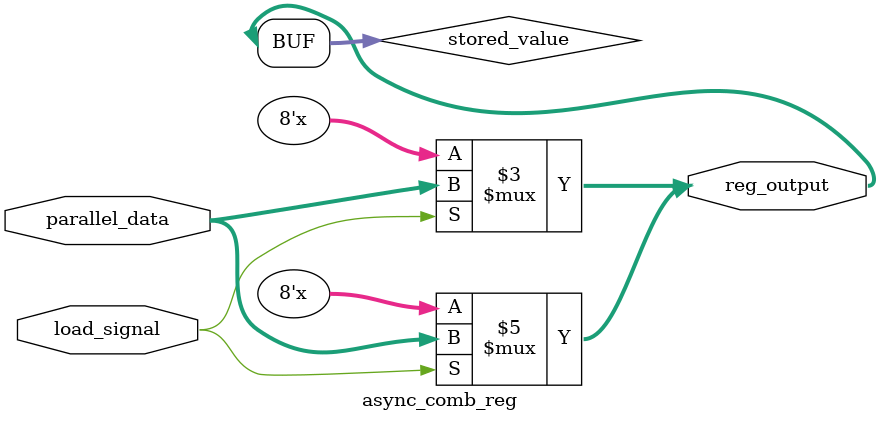
<source format=sv>
module async_comb_reg(
    input [7:0] parallel_data,
    input load_signal,
    output [7:0] reg_output
);
    // 存储寄存器值
    reg [7:0] stored_value;
    
    // 处理数据加载逻辑
    always @(load_signal) begin
        if (load_signal) begin
            stored_value <= parallel_data;
        end
    end
    
    // 处理并行数据变化时的更新
    always @(parallel_data) begin
        if (load_signal) begin
            stored_value <= parallel_data;
        end
    end
    
    // 输出赋值
    assign reg_output = stored_value;
    
endmodule
</source>
